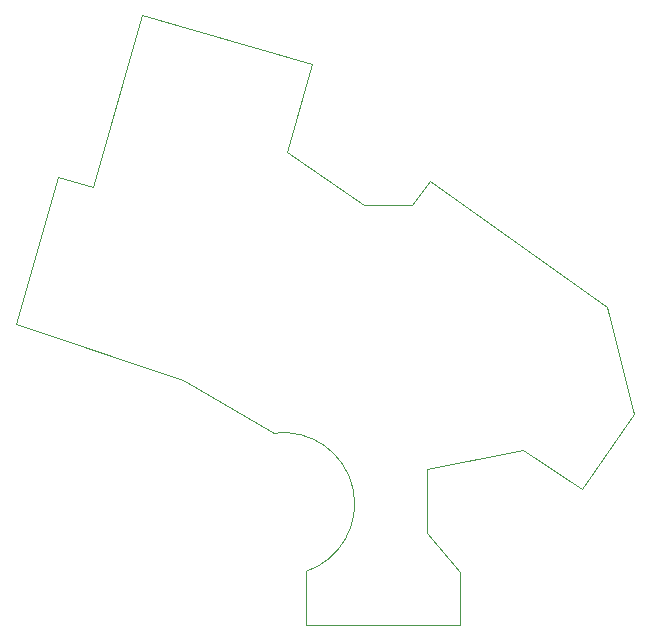
<source format=gm1>
%TF.GenerationSoftware,KiCad,Pcbnew,(5.1.6)-1*%
%TF.CreationDate,2020-06-08T00:51:22-04:00*%
%TF.ProjectId,THROTTLE_INNER_GRIP,5448524f-5454-44c4-955f-494e4e45525f,rev?*%
%TF.SameCoordinates,Original*%
%TF.FileFunction,Profile,NP*%
%FSLAX46Y46*%
G04 Gerber Fmt 4.6, Leading zero omitted, Abs format (unit mm)*
G04 Created by KiCad (PCBNEW (5.1.6)-1) date 2020-06-08 00:51:22*
%MOMM*%
%LPD*%
G01*
G04 APERTURE LIST*
%TA.AperFunction,Profile*%
%ADD10C,0.050000*%
%TD*%
G04 APERTURE END LIST*
D10*
X101092000Y-99060000D02*
X102616000Y-97028000D01*
X97028000Y-99060000D02*
X101092000Y-99060000D01*
X90500000Y-94500000D02*
X97028000Y-99060000D01*
X92583000Y-87122000D02*
X90500000Y-94500000D01*
X102336600Y-126771400D02*
X102336600Y-121412000D01*
X71094600Y-96621600D02*
X67513200Y-109093000D01*
X74066400Y-97485200D02*
X71094600Y-96621600D01*
X119888000Y-116713000D02*
X117602000Y-107696000D01*
X115443000Y-123063000D02*
X119888000Y-116713000D01*
X78232000Y-82931000D02*
X92583000Y-87122000D01*
X117602000Y-107696000D02*
X102616000Y-97028000D01*
X110490000Y-119761000D02*
X102336600Y-121412000D01*
X110490000Y-119761000D02*
X115443000Y-123063000D01*
X102336600Y-126771400D02*
X105130600Y-130124200D01*
X89407840Y-118338976D02*
G75*
G02*
X92086600Y-130048168I758657J-5987450D01*
G01*
X92065970Y-134620000D02*
X92086600Y-130048168D01*
X92065970Y-134620000D02*
X105130600Y-134620000D01*
X105130600Y-130124200D02*
X105130600Y-134620000D01*
X67513200Y-109093000D02*
X81710875Y-113814654D01*
X78232000Y-82931000D02*
X74066400Y-97485200D01*
X81710875Y-113814654D02*
X89407840Y-118338975D01*
M02*

</source>
